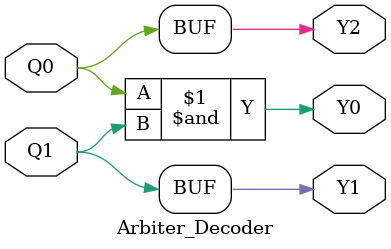
<source format=v>
`timescale 1ns / 1ps


module Arbiter_Decoder(
    input wire Q1,
    input wire Q0,
    output wire Y2,
    output wire Y1,
    output wire Y0
    );
    
    assign Y2 = Q0;
    assign Y1 = Q1;
    assign Y0 = Q0 & Q1;
    
endmodule

</source>
